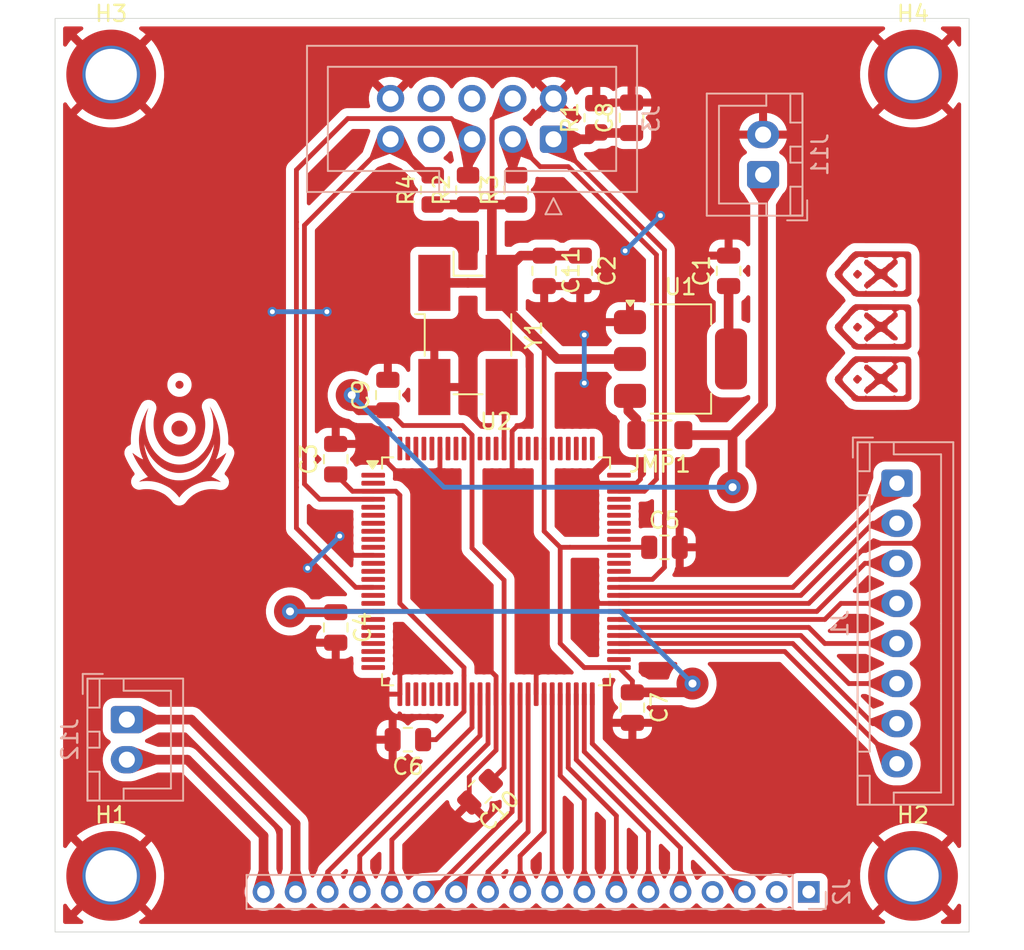
<source format=kicad_pcb>
(kicad_pcb (version 20241229) (generator "pcbnew") (generator_version "9.0")
  (layers (0 "F.Cu" signal) (2 "B.Cu" signal) (13 "F.Paste" user) (15 "B.Paste" user) (5 "F.SilkS" user "F.Silkscreen") (7 "B.SilkS" user "B.Silkscreen") (1 "F.Mask" user) (3 "B.Mask" user) (25 "Edge.Cuts" user))
  (net 0 "")
  (net 1 "+3.3V")
  (net 2 "GND")
  (net 3 "PP_KEY_6")
  (net 4 "PP_KEY_7")
  (net 5 "PP_KEY_1")
  (net 6 "PP_KEY_4")
  (net 7 "PP_KEY_3")
  (net 8 "PP_KEY_5")
  (net 9 "PP_KEY_2")
  (net 10 "PP_KEY_8")
  (net 12 "SIP_KEY_12")
  (net 13 "SIP_KEY_8")
  (net 14 "SIP_KEY_1")
  (net 15 "SIP_KEY_11")
  (net 16 "SIP_KEY_2")
  (net 17 "Net-(J12-Pin_2)")
  (net 18 "SIP_KEY_4")
  (net 19 "SIP_KEY_5")
  (net 20 "Net-(J12-Pin_1)")
  (net 21 "SIP_KEY_3")
  (net 22 "SIP_KEY_13")
  (net 24 "SIP_KEY_6")
  (net 25 "SIP_KEY_10")
  (net 26 "SIP_KEY_7")
  (net 28 "SIP_KEY_9")
  (net 29 "TMS")
  (net 30 "TDI")
  (net 31 "TDO")
  (net 35 "TCK")
  (net 36 "+5V")
  (net 37 "25MHZ")
  (net 96 "Net-(U1-VI)")
  (footprint "Capacitor_SMD:C_0805_2012Metric" (layer "F.Cu") (at 104.25 149.5 -90)
    (property "Reference" "C7")
    (property "Value" "0.1uF")
  )
  (footprint "Capacitor_SMD:C_0805_2012Metric" (layer "F.Cu") (at 89 130 90)
    (property "Reference" "C9")
    (property "Value" "0.1uF")
  )
  (footprint "Capacitor_SMD:C_0805_2012Metric" (layer "F.Cu") (at 110.25 122.25 90)
    (property "Reference" "C1")
    (property "Value" "10uF")
  )
  (footprint "Resistor_SMD:R_0805_2012Metric" (layer "F.Cu") (at 102 112.7 90)
    (property "Reference" "R1")
    (property "Value" "4.7k")
  )
  (footprint "MountingHole:MountingHole_3.2mm_M3_DIN965_Pad_TopOnly" (layer "F.Cu") (at 121.75 160)
    (property "Reference" "H2")
    (property "Value" "MountingHole_Pad")
  )
  (footprint "Capacitor_SMD:C_0805_2012Metric" (layer "F.Cu") (at 90.25 151.5 180)
    (property "Reference" "C6")
    (property "Value" "0.1uF")
  )
  (footprint "Capacitor_SMD:C_0805_2012Metric" (layer "F.Cu") (at 104.2 112.7 90)
    (property "Reference" "C8")
    (property "Value" "100pF")
  )
  (footprint "Logos:0x08_F_Cu" (layer "F.Cu") (at 119.25 129)
    (property "Reference" "REF**" (hide yes))
    (property "Value" "0x08_F_Cu")
  )
  (footprint "Capacitor_SMD:C_0805_2012Metric" (layer "F.Cu") (at 85.75 144.5 -90)
    (property "Reference" "C4")
    (property "Value" "0.1uF")
  )
  (footprint "Capacitor_SMD:C_0805_2012Metric" (layer "F.Cu") (at 85.75 134 90)
    (property "Reference" "C3")
    (property "Value" "0.1uF")
  )
  (footprint "Capacitor_SMD:C_0805_2012Metric" (layer "F.Cu") (at 106.25 139.5)
    (property "Reference" "C5")
    (property "Value" "0.1uF")
  )
  (footprint "MountingHole:MountingHole_3.2mm_M3_DIN965_Pad_TopOnly" (layer "F.Cu") (at 121.75 110)
    (property "Reference" "H4")
    (property "Value" "MountingHole_Pad")
  )
  (footprint "Logos:chernoburkv_F_Cu" (layer "F.Cu") (at 76 132.75)
    (property "Reference" "REF**" (hide yes))
    (property "Value" "chernoburkv_F_Cu")
  )
  (footprint "Oscillator:Oscillator_SMD_EuroQuartz_XO91-4Pin_7.0x5.0mm_HandSoldering" (layer "F.Cu") (at 94 126.25 -90)
    (property "Reference" "Y1")
    (property "Value" "XO91")
  )
  (footprint "Logos:0x08_F_Cu" (layer "F.Cu") (at 119.25 122.45)
    (property "Reference" "REF**" (hide yes))
    (property "Value" "0x08_F_Cu")
  )
  (footprint "Capacitor_SMD:C_0805_2012Metric" (layer "F.Cu") (at 94.75 154.75 -135)
    (property "Reference" "C10")
    (property "Value" "0.1uF")
  )
  (footprint "Package_QFP:TQFP-100_14x14mm_P0.5mm" (layer "F.Cu") (at 95.75 141)
    (property "Reference" "U2")
    (property "Value" "EPM7128STC100-15")
  )
  (footprint "MountingHole:MountingHole_3.2mm_M3_DIN965_Pad_TopOnly" (layer "F.Cu") (at 71.75 110)
    (property "Reference" "H3")
    (property "Value" "MountingHole_Pad")
  )
  (footprint "Package_TO_SOT_SMD:SOT-223-3_TabPin2" (layer "F.Cu") (at 107.25 127.75)
    (property "Reference" "U1")
    (property "Value" "AMS1117-3.3")
  )
  (footprint "Resistor_SMD:R_0805_2012Metric" (layer "F.Cu") (at 94 117.2 90)
    (property "Reference" "R2")
    (property "Value" "4.7k")
  )
  (footprint "Logos:0x08_F_Cu" (layer "F.Cu") (at 119.25 125.75)
    (property "Reference" "REF**" (hide yes))
    (property "Value" "0x08_F_Cu")
  )
  (footprint "Resistor_SMD:R_1206_3216Metric" (layer "F.Cu") (at 105.9625 132.5 180)
    (property "Reference" "JMP1")
    (property "Value" "0")
  )
  (footprint "Capacitor_SMD:C_0805_2012Metric" (layer "F.Cu") (at 101 122.25 -90)
    (property "Reference" "C2")
    (property "Value" "10uF")
  )
  (footprint "Resistor_SMD:R_0805_2012Metric" (layer "F.Cu") (at 91.8 117.2 90)
    (property "Reference" "R4")
    (property "Value" "4.7k")
  )
  (footprint "MountingHole:MountingHole_3.2mm_M3_DIN965_Pad_TopOnly" (layer "F.Cu") (at 71.75 160)
    (property "Reference" "H1")
    (property "Value" "MountingHole_Pad")
  )
  (footprint "Resistor_SMD:R_0805_2012Metric" (layer "F.Cu") (at 97 117.2 90)
    (property "Reference" "R3")
    (property "Value" "4.7k")
  )
  (footprint "Capacitor_SMD:C_0805_2012Metric" (layer "F.Cu") (at 98.75 122.25 -90)
    (property "Reference" "C11")
    (property "Value" "0.1uF")
  )
  (footprint "Connector_JST:JST_XH_B2B-XH-A_1x02_P2.50mm_Vertical" (layer "B.Cu") (at 112.4 116.25 90)
    (property "Reference" "J11")
    (property "Value" "Power")
  )
  (footprint "Connector_IDC:IDC-Header_2x05_P2.54mm_Vertical" (layer "B.Cu") (at 99.33 114.04 90)
    (property "Reference" "J3")
    (property "Value" "Prog")
  )
  (footprint "Connector_JST:JST_XH_B8B-XH-A_1x08_P2.50mm_Vertical" (layer "B.Cu") (at 120.75 135.5 -90)
    (property "Reference" "J1")
    (property "Value" "Payphone")
  )
  (footprint "Connector_JST:JST_XH_B2B-XH-A_1x02_P2.50mm_Vertical" (layer "B.Cu") (at 72.725 150.25 -90)
    (property "Reference" "J12")
    (property "Value" "Speaker")
  )
  (footprint "Connector_PinHeader_2.00mm:PinHeader_1x18_P2.00mm_Vertical" (layer "B.Cu") (at 115.25 161 90)
    (property "Reference" "J2")
    (property "Value" "SIP")
  )
  (gr_circle (center 82.9 143.5) (end 83.9 143.5) (fill yes) (layer "F.Cu") (net 1))
  (gr_circle (center 86.75 130) (end 87.75 130) (fill yes) (layer "F.Cu") (net 36))
  (gr_circle (center 108 148) (end 109 148) (fill yes) (layer "F.Cu") (net 1))
  (gr_circle (center 110.5 135.75) (end 111.5 135.75) (fill yes) (layer "F.Cu") (net 36))
  (gr_rect (start 68.25 106.5) (end 125.25 163.5) (stroke (width 0.05)) (fill no) (layer "Edge.Cuts"))
  (segment (start 96.1 122.5) (end 97.3 121.3) (width 0.6) (layer "F.Cu") (net 1))
  (segment (start 101.5 127.75) (end 104.1 127.75) (width 0.3) (layer "F.Cu") (net 1))
  (segment (start 105.3 139.5) (end 103.4125 139.5) (width 0.3) (layer "F.Cu") (net 1))
  (segment (start 103.4125 139.5) (end 100.358824 139.5) (width 0.3) (layer "F.Cu") (net 1))
  (segment (start 95.5 121.9) (end 95.5 118.1) (width 0.3) (layer "F.Cu") (net 1))
  (segment (start 95.5 118.1) (end 95.5 112.79) (width 0.3) (layer "F.Cu") (net 1))
  (segment (start 95.4875 118.1125) (end 95.5 118.1) (width 0.3) (layer "F.Cu") (net 1))
  (segment (start 101.25 147) (end 99.75 145.5) (width 0.3) (layer "F.Cu") (net 1))
  (segment (start 107.45 148.55) (end 108 148) (width 0.6) (layer "F.Cu") (net 1))
  (segment (start 95.6 123) (end 94 123) (width 0.6) (layer "F.Cu") (net 1))
  (segment (start 110.05 127.75) (end 110.25 127.55) (width 0.6) (layer "F.Cu") (net 1))
  (segment (start 95.4875 121.8875) (end 96.1 122.5) (width 0.6) (layer "F.Cu") (net 1))
  (segment (start 89.75 143) (end 90.25 143.5) (width 0.3) (layer "F.Cu") (net 1))
  (segment (start 104.25 147.8375) (end 103.4125 147) (width 0.3) (layer "F.Cu") (net 1))
  (segment (start 99.75 139.5) (end 98.75 138.5) (width 0.3) (layer "F.Cu") (net 1))
  (segment (start 104.1 127.75) (end 99.55 127.75) (width 0.6) (layer "F.Cu") (net 1))
  (segment (start 92 151.5) (end 91.2 151.5) (width 0.3) (layer "F.Cu") (net 1))
  (segment (start 99.75 145.5) (end 99.75 139.5) (width 0.3) (layer "F.Cu") (net 1))
  (segment (start 91.8 118.1125) (end 94 118.1125) (width 0.6) (layer "F.Cu") (net 1))
  (segment (start 98.75 138.5) (end 98.75 133.3375) (width 0.3) (layer "F.Cu") (net 1))
  (segment (start 93.75 148.6625) (end 93.75 149.75) (width 0.3) (layer "F.Cu") (net 1))
  (segment (start 86.8 136) (end 85.75 134.95) (width 0.3) (layer "F.Cu") (net 1))
  (segment (start 110.25 127.55) (end 110.25 123.15) (width 0.6) (layer "F.Cu") (net 1))
  (segment (start 88.0875 136) (end 86.8 136) (width 0.3) (layer "F.Cu") (net 1))
  (segment (start 95.4875 118.1125) (end 95.4875 121.8875) (width 0.6) (layer "F.Cu") (net 1))
  (segment (start 96.1 122.5) (end 95.6 123) (width 0.6) (layer "F.Cu") (net 1))
  (segment (start 110.3 127.75) (end 110.05 127.75) (width 0.6) (layer "F.Cu") (net 1))
  (segment (start 93.75 149.75) (end 92 151.5) (width 0.3) (layer "F.Cu") (net 1))
  (segment (start 95.5 112.79) (end 96.79 111.5) (width 0.3) (layer "F.Cu") (net 1))
  (segment (start 104.25 148.55) (end 107.45 148.55) (width 0.6) (layer "F.Cu") (net 1))
  (segment (start 89.5 136) (end 89.75 136.25) (width 0.3) (layer "F.Cu") (net 1))
  (segment (start 85.75 143.55) (end 82.95 143.55) (width 0.6) (layer "F.Cu") (net 1))
  (segment (start 98.75 126.95) (end 98.75 133.3375) (width 0.3) (layer "F.Cu") (net 1))
  (segment (start 103.4125 147) (end 101.25 147) (width 0.3) (layer "F.Cu") (net 1))
  (segment (start 99.75 139.5) (end 100.358824 139.5) (width 0.3) (layer "F.Cu") (net 1))
  (segment (start 99.55 127.75) (end 98.75 126.95) (width 0.6) (layer "F.Cu") (net 1))
  (segment (start 93.75 147.5) (end 93.75 148.6625) (width 0.3) (layer "F.Cu") (net 1))
  (segment (start 88.0875 143.5) (end 85.8 143.5) (width 0.3) (layer "F.Cu") (net 1))
  (segment (start 101 121.3) (end 98.75 121.3) (width 0.6) (layer "F.Cu") (net 1))
  (segment (start 104.25 148.55) (end 104.25 147.8375) (width 0.3) (layer "F.Cu") (net 1))
  (segment (start 97.3 121.3) (end 98.75 121.3) (width 0.6) (layer "F.Cu") (net 1))
  (segment (start 82.95 143.55) (end 82.9 143.5) (width 0.6) (layer "F.Cu") (net 1))
  (segment (start 90.25 143.5) (end 88.0875 143.5) (width 0.3) (layer "F.Cu") (net 1))
  (segment (start 88.0875 136) (end 89.5 136) (width 0.3) (layer "F.Cu") (net 1))
  (segment (start 96.1 122.5) (end 96.1 124.3) (width 0.6) (layer "F.Cu") (net 1))
  (segment (start 96.1 124.3) (end 98.75 126.95) (width 0.6) (layer "F.Cu") (net 1))
  (segment (start 89.75 136.25) (end 89.75 143) (width 0.3) (layer "F.Cu") (net 1))
  (segment (start 94 123) (end 91.9 123) (width 0.6) (layer "F.Cu") (net 1))
  (segment (start 96.1 122.5) (end 95.5 121.9) (width 0.3) (layer "F.Cu") (net 1))
  (segment (start 94 118.1125) (end 95.4875 118.1125) (width 0.6) (layer "F.Cu") (net 1))
  (segment (start 95.4875 118.1125) (end 97 118.1125) (width 0.6) (layer "F.Cu") (net 1))
  (segment (start 93.75 147) (end 90.25 143.5) (width 0.3) (layer "F.Cu") (net 1))
  (segment (start 85.8 143.5) (end 85.75 143.55) (width 0.3) (layer "F.Cu") (net 1))
  (segment (start 93.75 147.5) (end 93.75 147) (width 0.3) (layer "F.Cu") (net 1))
  (via (at 108 148) (size 1) (drill 0.5) (layers "F.Cu" "B.Cu") (net 1))
  (via (at 82.9 143.5) (size 1) (drill 0.5) (layers "F.Cu" "B.Cu") (net 1))
  (segment (start 82.9 143.5) (end 103.5 143.5) (width 0.3) (layer "B.Cu") (net 1))
  (segment (start 103.5 143.5) (end 108 148) (width 0.3) (layer "B.Cu") (net 1))
  (segment (start 96.75 133.3375) (end 96.75 134.75) (width 0.3) (layer "F.Cu") (net 2))
  (segment (start 115.25 143) (end 103.4125 143) (width 0.3) (layer "F.Cu") (net 2))
  (segment (start 104.5 135.5) (end 104.75 135.25) (width 0.3) (layer "F.Cu") (net 2))
  (segment (start 89.75 148.6625) (end 88.8625 148.6625) (width 0.3) (layer "F.Cu") (net 2))
  (segment (start 95.75 148.6625) (end 95.75 147.55) (width 0.3) (layer "F.Cu") (net 2))
  (segment (start 94.078249 153.828249) (end 94.078249 155.421751) (width 0.3) (layer "F.Cu") (net 2))
  (segment (start 89.75 147.25) (end 89.8 147.2) (width 0.3) (layer "F.Cu") (net 2))
  (segment (start 97.75 127.5) (end 97.75 128.25) (width 0.3) (layer "F.Cu") (net 2))
  (segment (start 103.4125 135.5) (end 104.5 135.5) (width 0.3) (layer "F.Cu") (net 2))
  (segment (start 88.0875 140) (end 86.75 140) (width 0.3) (layer "F.Cu") (net 2))
  (segment (start 95.75 148.6625) (end 95.75 152.156498) (width 0.3) (layer "F.Cu") (net 2))
  (segment (start 103.4125 143) (end 102 143) (width 0.3) (layer "F.Cu") (net 2))
  (segment (start 98.25 148.6625) (end 98.25 147.05) (width 0.3) (layer "F.Cu") (net 2))
  (segment (start 88.75 134) (end 89.75 135) (width 0.3) (layer "F.Cu") (net 2))
  (segment (start 123.25 139.25) (end 119 139.25) (width 0.3) (layer "F.Cu") (net 2))
  (segment (start 119 139.25) (end 115.25 143) (width 0.3) (layer "F.Cu") (net 2))
  (segment (start 102 134.75) (end 102.75 134) (width 0.6) (layer "F.Cu") (net 2))
  (segment (start 97.25 127) (end 97.75 127.5) (width 0.3) (layer "F.Cu") (net 2))
  (segment (start 95.75 152.156498) (end 94.078249 153.828249) (width 0.3) (layer "F.Cu") (net 2))
  (segment (start 89.75 148.6625) (end 89.75 147.25) (width 0.3) (layer "F.Cu") (net 2))
  (segment (start 88.8625 148.6625) (end 88.8 148.6) (width 0.3) (layer "F.Cu") (net 2))
  (segment (start 103.4125 135.5) (end 102 135.5) (width 0.3) (layer "F.Cu") (net 2))
  (segment (start 104.75 135.25) (end 104.75 134.5) (width 0.3) (layer "F.Cu") (net 2))
  (segment (start 96.75 132.25) (end 97 132) (width 0.3) (layer "F.Cu") (net 2))
  (segment (start 96.75 133.3375) (end 96.75 132.25) (width 0.3) (layer "F.Cu") (net 2))
  (segment (start 92.25 133.3375) (end 92.25 134.75) (width 0.3) (layer "F.Cu") (net 2))
  (segment (start 95.75 147.55) (end 95.3 147.1) (width 0.3) (layer "F.Cu") (net 2))
  (via (at 101.25 126.25) (size 0.6) (drill 0.3) (layers "F.Cu" "B.Cu") (net 2))
  (via (at 81.8 124.8) (size 0.6) (drill 0.3) (layers "F.Cu" "B.Cu") (net 2))
  (via (at 86 138.8) (size 0.6) (drill 0.3) (layers "F.Cu" "B.Cu") (net 2))
  (via (at 106 118.8) (size 0.6) (drill 0.3) (layers "F.Cu" "B.Cu") (net 2))
  (via (at 101.25 129.25) (size 0.6) (drill 0.3) (layers "F.Cu" "B.Cu") (net 2))
  (via (at 85.2 124.8) (size 0.6) (drill 0.3) (layers "F.Cu" "B.Cu") (net 2))
  (via (at 84 140.8) (size 0.6) (drill 0.3) (layers "F.Cu" "B.Cu") (net 2))
  (via (at 103.8 121) (size 0.6) (drill 0.3) (layers "F.Cu" "B.Cu") (net 2))
  (segment (start 86 138.8) (end 84 140.8) (width 0.3) (layer "B.Cu") (net 2))
  (segment (start 85.2 124.8) (end 81.8 124.8) (width 0.3) (layer "B.Cu") (net 2))
  (segment (start 103.8 121) (end 106 118.8) (width 0.3) (layer "B.Cu") (net 2))
  (segment (start 101.25 129.25) (end 101.25 126.25) (width 0.3) (layer "B.Cu") (net 2))
  (segment (start 117.75 148) (end 120.75 148) (width 0.3) (layer "F.Cu") (net 3))
  (segment (start 114.75 145) (end 117.75 148) (width 0.3) (layer "F.Cu") (net 3))
  (segment (start 103.4125 145) (end 114.75 145) (width 0.3) (layer "F.Cu") (net 3))
  (segment (start 114.25 145.5) (end 119.25 150.5) (width 0.3) (layer "F.Cu") (net 4))
  (segment (start 119.25 150.5) (end 120.75 150.5) (width 0.3) (layer "F.Cu") (net 4))
  (segment (start 103.4125 145.5) (end 114.25 145.5) (width 0.3) (layer "F.Cu") (net 4))
  (segment (start 103.4125 142) (end 114.25 142) (width 0.3) (layer "F.Cu") (net 5))
  (segment (start 114.25 142) (end 120.75 135.5) (width 0.3) (layer "F.Cu") (net 5))
  (segment (start 117.25 143) (end 116.25 144) (width 0.3) (layer "F.Cu") (net 6))
  (segment (start 120.75 143) (end 117.25 143) (width 0.3) (layer "F.Cu") (net 6))
  (segment (start 116.25 144) (end 103.4125 144) (width 0.3) (layer "F.Cu") (net 6))
  (segment (start 103.4125 143.5) (end 115.75 143.5) (width 0.3) (layer "F.Cu") (net 7))
  (segment (start 118.75 140.5) (end 120.75 140.5) (width 0.3) (layer "F.Cu") (net 7))
  (segment (start 115.75 143.5) (end 118.75 140.5) (width 0.3) (layer "F.Cu") (net 7))
  (segment (start 103.4125 144.5) (end 115.25 144.5) (width 0.3) (layer "F.Cu") (net 8))
  (segment (start 116.25 145.5) (end 120.75 145.5) (width 0.3) (layer "F.Cu") (net 8))
  (segment (start 115.25 144.5) (end 116.25 145.5) (width 0.3) (layer "F.Cu") (net 8))
  (segment (start 114.75 142.5) (end 119.25 138) (width 0.3) (layer "F.Cu") (net 9))
  (segment (start 119.25 138) (end 120.75 138) (width 0.3) (layer "F.Cu") (net 9))
  (segment (start 103.4125 142.5) (end 114.75 142.5) (width 0.3) (layer "F.Cu") (net 9))
  (segment (start 103.4125 146) (end 113.75 146) (width 0.3) (layer "F.Cu") (net 10))
  (segment (start 113.75 146) (end 120.75 153) (width 0.3) (layer "F.Cu") (net 10))
  (segment (start 94.75 151.25) (end 87.25 158.75) (width 0.3) (layer "F.Cu") (net 12))
  (segment (start 87.25 158.75) (end 87.25 161) (width 0.3) (layer "F.Cu") (net 12))
  (segment (start 94.75 148.6625) (end 94.75 151.25) (width 0.3) (layer "F.Cu") (net 12))
  (segment (start 97.75 157.25) (end 95.25 159.75) (width 0.3) (layer "F.Cu") (net 13))
  (segment (start 97.75 148.6625) (end 97.75 157.25) (width 0.3) (layer "F.Cu") (net 13))
  (segment (start 95.25 159.75) (end 95.25 161) (width 0.3) (layer "F.Cu") (net 13))
  (segment (start 111 161) (end 111.25 161) (width 0.3) (layer "F.Cu") (net 14))
  (segment (start 101.75 148.6625) (end 101.75 151.75) (width 0.3) (layer "F.Cu") (net 14))
  (segment (start 101.75 151.75) (end 111 161) (width 0.3) (layer "F.Cu") (net 14))
  (segment (start 89.25 157.75) (end 89.25 161) (width 0.3) (layer "F.Cu") (net 15))
  (segment (start 95.25 148.6625) (end 95.25 151.75) (width 0.3) (layer "F.Cu") (net 15))
  (segment (start 95.25 151.75) (end 89.25 157.75) (width 0.3) (layer "F.Cu") (net 15))
  (segment (start 107.25 158.25) (end 107.25 161) (width 0.3) (layer "F.Cu") (net 16))
  (segment (start 101.25 152.25) (end 107.25 158.25) (width 0.3) (layer "F.Cu") (net 16))
  (segment (start 101.25 148.6625) (end 101.25 152.25) (width 0.3) (layer "F.Cu") (net 16))
  (segment (start 81.25 157.5) (end 76.5 152.75) (width 0.6) (layer "F.Cu") (net 17))
  (segment (start 81.25 161) (end 81.25 157.5) (width 0.6) (layer "F.Cu") (net 17))
  (segment (start 76.5 152.75) (end 72.725 152.75) (width 0.6) (layer "F.Cu") (net 17))
  (segment (start 100.25 153.25) (end 103.25 156.25) (width 0.3) (layer "F.Cu") (net 18))
  (segment (start 103.25 156.25) (end 103.25 161) (width 0.3) (layer "F.Cu") (net 18))
  (segment (start 100.25 148.6625) (end 100.25 153.25) (width 0.3) (layer "F.Cu") (net 18))
  (segment (start 101.25 155.25) (end 101.25 161) (width 0.3) (layer "F.Cu") (net 19))
  (segment (start 99.75 148.6625) (end 99.75 153.75) (width 0.3) (layer "F.Cu") (net 19))
  (segment (start 99.75 153.75) (end 101.25 155.25) (width 0.3) (layer "F.Cu") (net 19))
  (segment (start 83.25 156.75) (end 83.25 161) (width 0.6) (layer "F.Cu") (net 20))
  (segment (start 72.725 150.25) (end 76.75 150.25) (width 0.6) (layer "F.Cu") (net 20))
  (segment (start 76.75 150.25) (end 83.25 156.75) (width 0.6) (layer "F.Cu") (net 20))
  (segment (start 105.25 157.25) (end 105.25 161) (width 0.3) (layer "F.Cu") (net 21))
  (segment (start 100.75 152.75) (end 105.25 157.25) (width 0.3) (layer "F.Cu") (net 21))
  (segment (start 100.75 148.6625) (end 100.75 152.75) (width 0.3) (layer "F.Cu") (net 21))
  (segment (start 94.25 148.6625) (end 94.25 150.75) (width 0.3) (layer "F.Cu") (net 22))
  (segment (start 85.25 159.75) (end 85.25 161) (width 0.3) (layer "F.Cu") (net 22))
  (segment (start 94.25 150.75) (end 85.25 159.75) (width 0.3) (layer "F.Cu") (net 22))
  (segment (start 99.25 148.6625) (end 99.25 161) (width 0.3) (layer "F.Cu") (net 24))
  (segment (start 96.75 156) (end 91.75 161) (width 0.3) (layer "F.Cu") (net 25))
  (segment (start 96.75 148.6625) (end 96.75 156) (width 0.3) (layer "F.Cu") (net 25))
  (segment (start 91.75 161) (end 91.25 161) (width 0.3) (layer "F.Cu") (net 25))
  (segment (start 98.75 157.25) (end 97.25 158.75) (width 0.3) (layer "F.Cu") (net 26))
  (segment (start 98.75 148.6625) (end 98.75 157.25) (width 0.3) (layer "F.Cu") (net 26))
  (segment (start 97.25 158.75) (end 97.25 161) (width 0.3) (layer "F.Cu") (net 26))
  (segment (start 97.25 148.6625) (end 97.25 156.544077) (width 0.3) (layer "F.Cu") (net 28))
  (segment (start 97.25 156.544077) (end 93.25 160.544077) (width 0.3) (layer "F.Cu") (net 28))
  (segment (start 93.25 160.544077) (end 93.25 161) (width 0.3) (layer "F.Cu") (net 28))
  (segment (start 94 116.2875) (end 94 114.29) (width 0.6) (layer "F.Cu") (net 29))
  (segment (start 83.299 135.34248) (end 83.299 119.61752) (width 0.3) (layer "F.Cu") (net 29))
  (segment (start 86.5 112.75) (end 92.96 112.75) (width 0.3) (layer "F.Cu") (net 29))
  (segment (start 83.299 135.75752) (end 83.299 135.757521) (width 0.3) (layer "F.Cu") (net 29))
  (segment (start 87 142) (end 83.299 138.299) (width 0.3) (layer "F.Cu") (net 29))
  (segment (start 94 114.29) (end 94.25 114.04) (width 0.6) (layer "F.Cu") (net 29))
  (segment (start 83.299 119.202479) (end 83.299 119.20248) (width 0.3) (layer "F.Cu") (net 29))
  (segment (start 92.96 112.75) (end 94.25 114.04) (width 0.3) (layer "F.Cu") (net 29))
  (segment (start 83.299 135.75752) (end 83.299 135.34248) (width 0.3) (layer "F.Cu") (net 29))
  (segment (start 88.0875 142) (end 87 142) (width 0.3) (layer "F.Cu") (net 29))
  (segment (start 83.299 138.299) (end 83.299 135.75752) (width 0.3) (layer "F.Cu") (net 29))
  (segment (start 83.299 119.202479) (end 83.299 115.951) (width 0.3) (layer "F.Cu") (net 29))
  (segment (start 83.299 115.951) (end 86.5 112.75) (width 0.3) (layer "F.Cu") (net 29))
  (segment (start 83.299 119.61752) (end 83.299 119.202479) (width 0.3) (layer "F.Cu") (net 29))
  (segment (start 91.8 116.2875) (end 91.4175 116.2875) (width 0.6) (layer "F.Cu") (net 30))
  (segment (start 88.0875 136.5) (end 84.75 136.5) (width 0.3) (layer "F.Cu") (net 30))
  (segment (start 91.4175 116.2875) (end 89.17 114.04) (width 0.6) (layer "F.Cu") (net 30))
  (segment (start 83.8 135.55) (end 83.8 119.41) (width 0.3) (layer "F.Cu") (net 30))
  (segment (start 83.8 119.41) (end 89.17 114.04) (width 0.3) (layer "F.Cu") (net 30))
  (segment (start 84.75 136.5) (end 83.8 135.55) (width 0.3) (layer "F.Cu") (net 30))
  (segment (start 105 136) (end 105.749 135.251) (width 0.3) (layer "F.Cu") (net 31))
  (segment (start 103.4125 136) (end 105 136) (width 0.3) (layer "F.Cu") (net 31))
  (segment (start 100.25 115.75) (end 98.5 115.75) (width 0.3) (layer "F.Cu") (net 31))
  (segment (start 98.5 115.75) (end 96.79 114.04) (width 0.3) (layer "F.Cu") (net 31))
  (segment (start 96.79 114.04) (end 96.79 116.0775) (width 0.6) (layer "F.Cu") (net 31))
  (segment (start 96.79 116.0775) (end 97 116.2875) (width 0.6) (layer "F.Cu") (net 31))
  (segment (start 105.749 135.251) (end 105.749 121.249) (width 0.3) (layer "F.Cu") (net 31))
  (segment (start 105.749 121.249) (end 100.25 115.75) (width 0.3) (layer "F.Cu") (net 31))
  (segment (start 106.25 120.96) (end 106.25 140.75) (width 0.3) (layer "F.Cu") (net 35))
  (segment (start 104.2 113.65) (end 102.0375 113.65) (width 0.6) (layer "F.Cu") (net 35))
  (segment (start 102.0375 113.65) (end 102 113.6125) (width 0.6) (layer "F.Cu") (net 35))
  (segment (start 106.25 140.75) (end 105.5 141.5) (width 0.3) (layer "F.Cu") (net 35))
  (segment (start 101.5725 114.04) (end 102 113.6125) (width 0.6) (layer "F.Cu") (net 35))
  (segment (start 99.33 114.04) (end 106.25 120.96) (width 0.3) (layer "F.Cu") (net 35))
  (segment (start 99.33 114.04) (end 101.5725 114.04) (width 0.6) (layer "F.Cu") (net 35))
  (segment (start 105.5 141.5) (end 103.4125 141.5) (width 0.3) (layer "F.Cu") (net 35))
  (segment (start 86.75 130.5) (end 86.75 130) (width 0.6) (layer "F.Cu") (net 36))
  (segment (start 96.25 148.6625) (end 96.25 141.55) (width 0.3) (layer "F.Cu") (net 36))
  (segment (start 110.5 132.5) (end 112.4 130.6) (width 0.6) (layer "F.Cu") (net 36))
  (segment (start 93.654534 131.9) (end 94.25 132.495466) (width 0.3) (layer "F.Cu") (net 36))
  (segment (start 96.25 141.55) (end 94.25 139.55) (width 0.3) (layer "F.Cu") (net 36))
  (segment (start 96.25 148.6625) (end 96.25 153.25) (width 0.3) (layer "F.Cu") (net 36))
  (segment (start 94.25 132.495466) (end 94.25 133.3375) (width 0.3) (layer "F.Cu") (net 36))
  (segment (start 94.25 139.55) (end 94.25 133.3375) (width 0.3) (layer "F.Cu") (net 36))
  (segment (start 110.5 132.5) (end 110.5 135.75) (width 0.6) (layer "F.Cu") (net 36))
  (segment (start 96.25 153.25) (end 95.421751 154.078249) (width 0.3) (layer "F.Cu") (net 36))
  (segment (start 87.2 130.95) (end 86.75 130.5) (width 0.6) (layer "F.Cu") (net 36))
  (segment (start 89.95 131.9) (end 93.654534 131.9) (width 0.3) (layer "F.Cu") (net 36))
  (segment (start 89 130.95) (end 89.95 131.9) (width 0.3) (layer "F.Cu") (net 36))
  (segment (start 107.425 132.5) (end 110.5 132.5) (width 0.6) (layer "F.Cu") (net 36))
  (segment (start 112.4 130.6) (end 112.4 116.25) (width 0.6) (layer "F.Cu") (net 36))
  (segment (start 89 130.95) (end 87.2 130.95) (width 0.6) (layer "F.Cu") (net 36))
  (via (at 110.5 135.75) (size 1) (drill 0.5) (layers "F.Cu" "B.Cu") (net 36))
  (via (at 86.75 130) (size 1) (drill 0.5) (layers "F.Cu" "B.Cu") (net 36))
  (segment (start 92.5 135.75) (end 110.5 135.75) (width 0.3) (layer "B.Cu") (net 36))
  (segment (start 86.75 130) (end 92.5 135.75) (width 0.3) (layer "B.Cu") (net 36))
  (segment (start 96.25 133.3375) (end 96.25 129.15) (width 0.3) (layer "F.Cu") (net 37))
  (segment (start 96.25 129.15) (end 96.1 129) (width 0.3) (layer "F.Cu") (net 37))
  (segment (start 104 130.05) (end 104 131) (width 0.6) (layer "F.Cu") (net 96))
  (segment (start 104 131) (end 104.5 131.5) (width 0.6) (layer "F.Cu") (net 96))
  (segment (start 104.5 131.5) (end 104.5 132.5) (width 0.6) (layer "F.Cu") (net 96))
  (zone (net 2) (net_name "GND") (layer "F.Cu") (connect_pads (clearance 0.5)) (min_thickness 0.25) (fill yes (thermal_gap 0.5) (thermal_bridge_width 0.5) (island_removal_mode 1) (island_area_min 10))
    (polygon (pts (xy 125.25 163.5) (xy 68.25 163.5) (xy 68.25 106.5) (xy 125.25 106.5)))
  )
)
</source>
